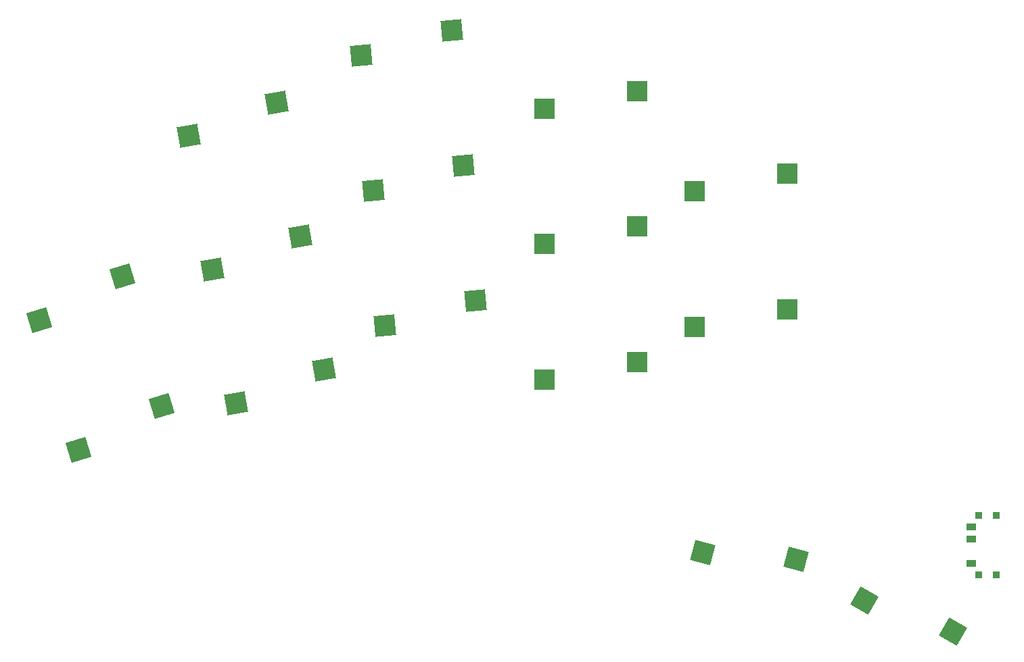
<source format=gtp>
%TF.GenerationSoftware,KiCad,Pcbnew,(6.0.4)*%
%TF.CreationDate,2022-05-15T06:43:47+02:00*%
%TF.ProjectId,battoota,62617474-6f6f-4746-912e-6b696361645f,v1.0.0*%
%TF.SameCoordinates,Original*%
%TF.FileFunction,Paste,Top*%
%TF.FilePolarity,Positive*%
%FSLAX46Y46*%
G04 Gerber Fmt 4.6, Leading zero omitted, Abs format (unit mm)*
G04 Created by KiCad (PCBNEW (6.0.4)) date 2022-05-15 06:43:47*
%MOMM*%
%LPD*%
G01*
G04 APERTURE LIST*
G04 Aperture macros list*
%AMRotRect*
0 Rectangle, with rotation*
0 The origin of the aperture is its center*
0 $1 length*
0 $2 width*
0 $3 Rotation angle, in degrees counterclockwise*
0 Add horizontal line*
21,1,$1,$2,0,0,$3*%
G04 Aperture macros list end*
%ADD10R,0.900000X0.900000*%
%ADD11R,1.250000X0.900000*%
%ADD12RotRect,2.600000X2.600000X10.000000*%
%ADD13RotRect,2.600000X2.600000X5.000000*%
%ADD14R,2.600000X2.600000*%
%ADD15RotRect,2.600000X2.600000X330.000000*%
%ADD16RotRect,2.600000X2.600000X17.000000*%
%ADD17RotRect,2.600000X2.600000X345.000000*%
G04 APERTURE END LIST*
D10*
%TO.C,T1*%
X161460225Y52008029D03*
X163660225Y59408029D03*
X163660225Y52008029D03*
X161460225Y59408029D03*
D11*
X160485225Y53458029D03*
X160485225Y56458029D03*
X160485225Y57958029D03*
%TD*%
D12*
%TO.C,S11*%
X73579149Y111173371D03*
X62586645Y107001157D03*
%TD*%
D13*
%TO.C,S15*%
X96965604Y103326961D03*
X85651298Y100128683D03*
%TD*%
D14*
%TO.C,S21*%
X118686087Y95636017D03*
X107136087Y93436017D03*
%TD*%
%TO.C,S29*%
X137467000Y102292500D03*
X125917000Y100092500D03*
%TD*%
D15*
%TO.C,S33*%
X158239878Y44875564D03*
X147137285Y48745308D03*
%TD*%
D12*
%TO.C,S7*%
X79483187Y77689907D03*
X68490683Y73517693D03*
%TD*%
D16*
%TO.C,S5*%
X54234545Y89377494D03*
X43832443Y83896730D03*
%TD*%
D14*
%TO.C,S27*%
X137467000Y85292500D03*
X125917000Y83092500D03*
%TD*%
D12*
%TO.C,S9*%
X76531168Y94431639D03*
X65538664Y90259425D03*
%TD*%
D13*
%TO.C,S13*%
X98447252Y86391651D03*
X87132946Y83193373D03*
%TD*%
%TO.C,S17*%
X95483957Y120262271D03*
X84169651Y117063993D03*
%TD*%
D17*
%TO.C,S31*%
X138594426Y53938364D03*
X126868581Y54802687D03*
%TD*%
D16*
%TO.C,S3*%
X59204864Y73120313D03*
X48802762Y67639549D03*
%TD*%
D14*
%TO.C,S23*%
X118686087Y112636017D03*
X107136087Y110436017D03*
%TD*%
%TO.C,S19*%
X118686087Y78636017D03*
X107136087Y76436017D03*
%TD*%
M02*

</source>
